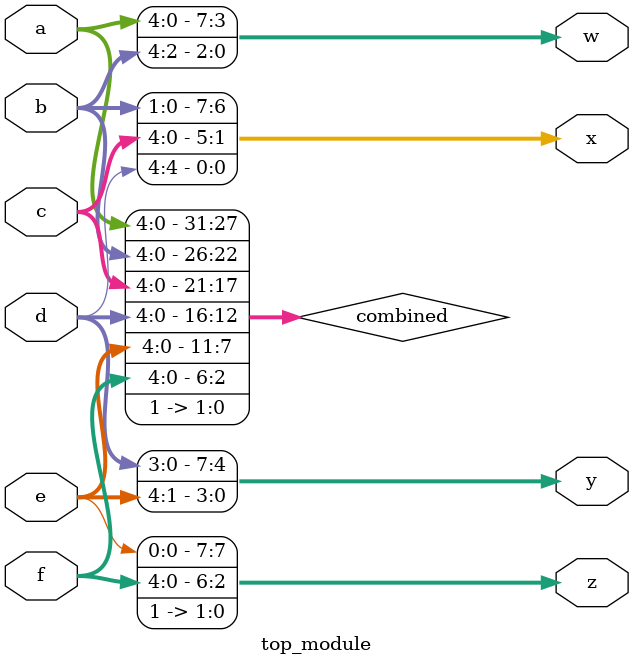
<source format=sv>
module top_module (
    input [4:0] a,
    input [4:0] b,
    input [4:0] c,
    input [4:0] d,
    input [4:0] e,
    input [4:0] f,
    output [7:0] w,
    output [7:0] x,
    output [7:0] y,
    output [7:0] z
);

    wire [31:0] combined;

    // Combine the inputs and add two 1-bits in the LSB positions
    assign combined = {a, b, c, d, e, f, 2'b11};

    // Split the combined vector into the output vectors
    assign w = combined[31:24];
    assign x = combined[23:16];
    assign y = combined[15:8];
    assign z = combined[7:0];

endmodule

</source>
